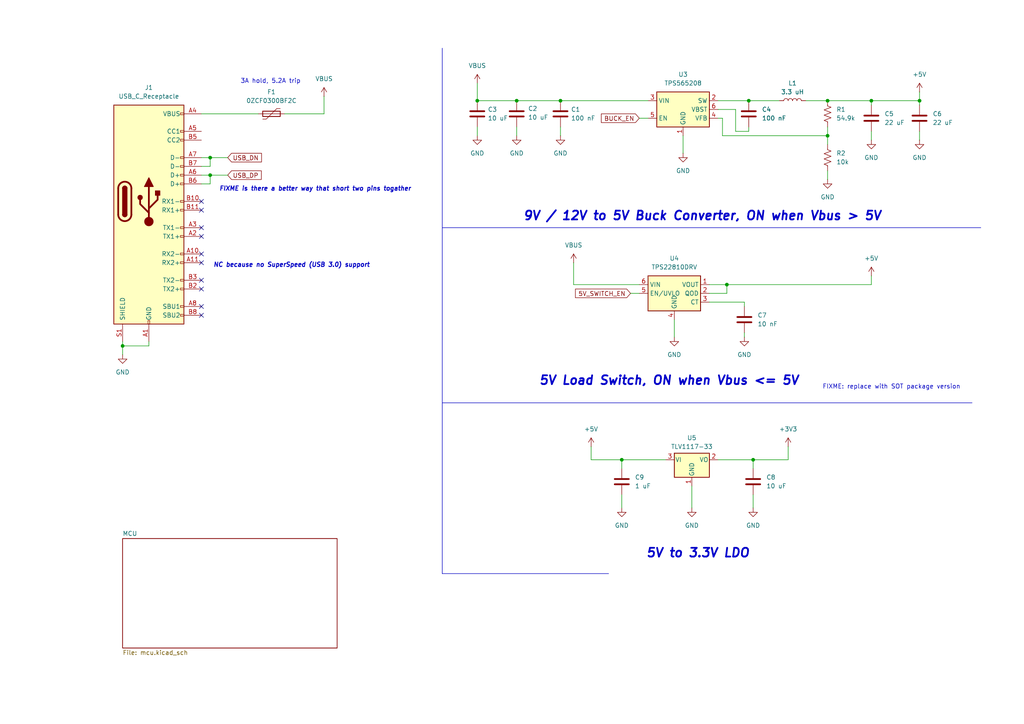
<source format=kicad_sch>
(kicad_sch (version 20231120) (generator "eeschema") (generator_version "8.0")
  (paper "A4")
  (lib_symbols
    (symbol "Connector:USB_C_Receptacle" (pin_names (offset 1.016))
      (property "Reference" "J" (at -10.16 29.21 0))
      (property "Value" "USB_C_Receptacle" (at 10.16 29.21 0))
      (symbol "USB_C_Receptacle_0_0"
        (rectangle (start -0.254 -35.56) (end 0.254 -34.544))
        (rectangle (start 10.16 -32.766) (end 9.144 -33.274))
        (rectangle (start 10.16 -30.226) (end 9.144 -30.734))
        (rectangle (start 10.16 -25.146) (end 9.144 -25.654))
        (rectangle (start 10.16 -22.606) (end 9.144 -23.114))
        (rectangle (start 10.16 -17.526) (end 9.144 -18.034))
        (rectangle (start 10.16 -14.986) (end 9.144 -15.494))
        (rectangle (start 10.16 -9.906) (end 9.144 -10.414))
        (rectangle (start 10.16 -7.366) (end 9.144 -7.874))
        (rectangle (start 10.16 -2.286) (end 9.144 -2.794))
        (rectangle (start 10.16 0.254) (end 9.144 -0.254))
        (rectangle (start 10.16 5.334) (end 9.144 4.826))
        (rectangle (start 10.16 7.874) (end 9.144 7.366))
        (rectangle (start 10.16 10.414) (end 9.144 9.906))
        (rectangle (start 10.16 12.954) (end 9.144 12.446))
        (rectangle (start 10.16 18.034) (end 9.144 17.526))
        (rectangle (start 10.16 20.574) (end 9.144 20.066))
        (rectangle (start 10.16 25.654) (end 9.144 25.146))
      )
      (symbol "USB_C_Receptacle_0_1"
        (rectangle (start -10.16 27.94) (end 10.16 -35.56) (stroke (width 0.254)) (fill (type background)))
        (arc (start -8.89 -3.81) (mid -6.985 -5.7067) (end -5.08 -3.81) (stroke (width 0.508)))
        (arc (start -7.62 -3.81) (mid -6.985 -4.4423) (end -6.35 -3.81) (stroke (width 0.254)))
        (arc (start -7.62 -3.81) (mid -6.985 -4.4423) (end -6.35 -3.81) (stroke (width 0.254)) (fill (type outline)))
        (rectangle (start -7.62 -3.81) (end -6.35 3.81) (stroke (width 0.254)) (fill (type outline)))
        (arc (start -6.35 3.81) (mid -6.985 4.4423) (end -7.62 3.81) (stroke (width 0.254)))
        (arc (start -6.35 3.81) (mid -6.985 4.4423) (end -7.62 3.81) (stroke (width 0.254)) (fill (type outline)))
        (arc (start -5.08 3.81) (mid -6.985 5.7067) (end -8.89 3.81) (stroke (width 0.508)))
        (polyline (pts (xy -8.89 -3.81) (xy -8.89 3.81)) (stroke (width 0.508)))
        (polyline (pts (xy -5.08 3.81) (xy -5.08 -3.81)) (stroke (width 0.508)))
      )
      (symbol "USB_C_Receptacle_1_1"
        (circle (center -2.54 1.143) (radius 0.635) (stroke (width 0.254)) (fill (type outline)))
        (circle (center 0 -5.842) (radius 1.27) (fill (type outline)))
        (polyline (pts (xy 0 -5.842) (xy 0 4.318)) (stroke (width 0.508)))
        (polyline (pts (xy 0 -3.302) (xy -2.54 -0.762) (xy -2.54 0.508)) (stroke (width 0.508)))
        (polyline (pts (xy 0 -2.032) (xy 2.54 0.508) (xy 2.54 1.778)) (stroke (width 0.508)))
        (polyline (pts (xy -1.27 4.318) (xy 0 6.858) (xy 1.27 4.318) (xy -1.27 4.318)) (stroke (width 0.254)) (fill (type outline)))
        (rectangle (start 1.905 1.778) (end 3.175 3.048) (stroke (width 0.254)) (fill (type outline)))
        (pin passive line (at 0 -40.64 90) (length 5.08) (name "GND") (number "A1"))
        (pin bidirectional line (at 15.24 -15.24 180) (length 5.08) (name "RX2-") (number "A10"))
        (pin bidirectional line (at 15.24 -17.78 180) (length 5.08) (name "RX2+") (number "A11"))
        (pin passive line (at 0 -40.64 90) (length 5.08) hide (name "GND") (number "A12"))
        (pin bidirectional line (at 15.24 -10.16 180) (length 5.08) (name "TX1+") (number "A2"))
        (pin bidirectional line (at 15.24 -7.62 180) (length 5.08) (name "TX1-") (number "A3"))
        (pin passive line (at 15.24 25.4 180) (length 5.08) (name "VBUS") (number "A4"))
        (pin bidirectional line (at 15.24 20.32 180) (length 5.08) (name "CC1") (number "A5"))
        (pin bidirectional line (at 15.24 7.62 180) (length 5.08) (name "D+") (number "A6"))
        (pin bidirectional line (at 15.24 12.7 180) (length 5.08) (name "D-") (number "A7"))
        (pin bidirectional line (at 15.24 -30.48 180) (length 5.08) (name "SBU1") (number "A8"))
        (pin passive line (at 15.24 25.4 180) (length 5.08) hide (name "VBUS") (number "A9"))
        (pin passive line (at 0 -40.64 90) (length 5.08) hide (name "GND") (number "B1"))
        (pin bidirectional line (at 15.24 0 180) (length 5.08) (name "RX1-") (number "B10"))
        (pin bidirectional line (at 15.24 -2.54 180) (length 5.08) (name "RX1+") (number "B11"))
        (pin passive line (at 0 -40.64 90) (length 5.08) hide (name "GND") (number "B12"))
        (pin bidirectional line (at 15.24 -25.4 180) (length 5.08) (name "TX2+") (number "B2"))
        (pin bidirectional line (at 15.24 -22.86 180) (length 5.08) (name "TX2-") (number "B3"))
        (pin passive line (at 15.24 25.4 180) (length 5.08) hide (name "VBUS") (number "B4"))
        (pin bidirectional line (at 15.24 17.78 180) (length 5.08) (name "CC2") (number "B5"))
        (pin bidirectional line (at 15.24 5.08 180) (length 5.08) (name "D+") (number "B6"))
        (pin bidirectional line (at 15.24 10.16 180) (length 5.08) (name "D-") (number "B7"))
        (pin bidirectional line (at 15.24 -33.02 180) (length 5.08) (name "SBU2") (number "B8"))
        (pin passive line (at 15.24 25.4 180) (length 5.08) hide (name "VBUS") (number "B9"))
        (pin passive line (at -7.62 -40.64 90) (length 5.08) (name "SHIELD") (number "S1"))
      )
    )
    (symbol "Device:C" (pin_numbers hide) (pin_names (offset 0.254))
      (property "Reference" "C" (at 0.635 2.54 0))
      (property "Value" "C" (at 0.635 -2.54 0))
      (symbol "C_0_1"
        (polyline (pts (xy -2.032 -0.762) (xy 2.032 -0.762)) (stroke (width 0.508)))
        (polyline (pts (xy -2.032 0.762) (xy 2.032 0.762)) (stroke (width 0.508)))
      )
      (symbol "C_1_1"
        (pin passive line (at 0 3.81 270) (length 2.794) (name "~") (number "1"))
        (pin passive line (at 0 -3.81 90) (length 2.794) (name "~") (number "2"))
      )
    )
    (symbol "Device:L" (pin_numbers hide) (pin_names (offset 1.016) hide)
      (property "Reference" "L" (at -1.27 0 90))
      (property "Value" "L" (at 1.905 0 90))
      (symbol "L_0_1"
        (arc (start 0 -2.54) (mid 0.6323 -1.905) (end 0 -1.27))
        (arc (start 0 -1.27) (mid 0.6323 -0.635) (end 0 0))
        (arc (start 0 0) (mid 0.6323 0.635) (end 0 1.27))
        (arc (start 0 1.27) (mid 0.6323 1.905) (end 0 2.54))
      )
      (symbol "L_1_1"
        (pin passive line (at 0 3.81 270) (length 1.27) (name "1") (number "1"))
        (pin passive line (at 0 -3.81 90) (length 1.27) (name "2") (number "2"))
      )
    )
    (symbol "Device:Polyfuse" (pin_numbers hide) (pin_names (offset 0))
      (property "Reference" "F" (at -2.54 0 90))
      (property "Value" "Polyfuse" (at 2.54 0 90))
      (symbol "Polyfuse_0_1"
        (rectangle (start -0.762 2.54) (end 0.762 -2.54) (stroke (width 0.254)))
        (polyline (pts (xy 0 2.54) (xy 0 -2.54)))
        (polyline (pts (xy -1.524 2.54) (xy -1.524 1.524) (xy 1.524 -1.524) (xy 1.524 -2.54)))
      )
      (symbol "Polyfuse_1_1"
        (pin passive line (at 0 3.81 270) (length 1.27) (name "~") (number "1"))
        (pin passive line (at 0 -3.81 90) (length 1.27) (name "~") (number "2"))
      )
    )
    (symbol "Device:R_US" (pin_numbers hide) (pin_names (offset 0))
      (property "Reference" "R" (at 2.54 0 90))
      (property "Value" "R_US" (at -2.54 0 90))
      (symbol "R_US_0_1"
        (polyline (pts (xy 0 -2.286) (xy 0 -2.54)))
        (polyline (pts (xy 0 2.286) (xy 0 2.54)))
        (polyline (pts (xy 0 -0.762) (xy 1.016 -1.143) (xy 0 -1.524) (xy -1.016 -1.905) (xy 0 -2.286)))
        (polyline (pts (xy 0 0.762) (xy 1.016 0.381) (xy 0 0) (xy -1.016 -0.381) (xy 0 -0.762)))
        (polyline (pts (xy 0 2.286) (xy 1.016 1.905) (xy 0 1.524) (xy -1.016 1.143) (xy 0 0.762)))
      )
      (symbol "R_US_1_1"
        (pin passive line (at 0 3.81 270) (length 1.27) (name "~") (number "1"))
        (pin passive line (at 0 -3.81 90) (length 1.27) (name "~") (number "2"))
      )
    )
    (symbol "Power_Management:TPS22810DRV"
      (property "Reference" "U" (at -6.35 6.35 0))
      (property "Value" "TPS22810DRV" (at 7.62 -6.35 0))
      (symbol "TPS22810DRV_1_1"
        (rectangle (start -7.62 5.08) (end 7.62 -5.08) (stroke (width 0.254)) (fill (type background)))
        (pin power_out line (at 10.16 2.54 180) (length 2.54) (name "VOUT") (number "1"))
        (pin open_collector line (at 10.16 0 180) (length 2.54) (name "QOD") (number "2"))
        (pin output line (at 10.16 -2.54 180) (length 2.54) (name "CT") (number "3"))
        (pin power_in line (at 0 -7.62 90) (length 2.54) (name "GND") (number "4"))
        (pin input line (at -10.16 0 0) (length 2.54) (name "EN/UVLO") (number "5"))
        (pin power_in line (at -10.16 2.54 0) (length 2.54) (name "VIN") (number "6"))
        (pin passive line (at 0 -7.62 90) (length 2.54) hide (name "GND") (number "7"))
      )
    )
    (symbol "Regulator_Linear:TLV1117-33" (pin_names (offset 0.254))
      (property "Reference" "U" (at -3.81 3.175 0))
      (property "Value" "TLV1117-33" (at 0 3.175 0))
      (symbol "TLV1117-33_0_1"
        (rectangle (start -5.08 -5.08) (end 5.08 1.905) (stroke (width 0.254)) (fill (type background)))
      )
      (symbol "TLV1117-33_1_1"
        (pin power_in line (at 0 -7.62 90) (length 2.54) (name "GND") (number "1"))
        (pin power_out line (at 7.62 0 180) (length 2.54) (name "VO") (number "2"))
        (pin power_in line (at -7.62 0 0) (length 2.54) (name "VI") (number "3"))
      )
    )
    (symbol "Regulator_Switching:TPS565208"
      (property "Reference" "U" (at -7.62 6.35 0))
      (property "Value" "TPS565208" (at -2.54 6.35 0))
      (symbol "TPS565208_0_1"
        (rectangle (start -7.62 5.08) (end 7.62 -5.08) (stroke (width 0.254)) (fill (type background)))
      )
      (symbol "TPS565208_1_1"
        (pin power_in line (at 0 -7.62 90) (length 2.54) (name "GND") (number "1"))
        (pin output line (at 10.16 2.54 180) (length 2.54) (name "SW") (number "2"))
        (pin power_in line (at -10.16 2.54 0) (length 2.54) (name "VIN") (number "3"))
        (pin input line (at 10.16 -2.54 180) (length 2.54) (name "VFB") (number "4"))
        (pin input line (at -10.16 -2.54 0) (length 2.54) (name "EN") (number "5"))
        (pin passive line (at 10.16 0 180) (length 2.54) (name "VBST") (number "6"))
      )
    )
    (symbol "power:+3V3" (power) (pin_numbers hide) (pin_names (offset 0) hide)
      (property "Value" "+3V3" (at 0 3.556 0))
      (symbol "+3V3_0_1"
        (polyline (pts (xy -0.762 1.27) (xy 0 2.54)))
        (polyline (pts (xy 0 0) (xy 0 2.54)))
        (polyline (pts (xy 0 2.54) (xy 0.762 1.27)))
      )
      (symbol "+3V3_1_1"
        (pin power_in line (at 0 0 90) (length 0) (name "~") (number "1"))
      )
    )
    (symbol "power:+5V" (power) (pin_numbers hide) (pin_names (offset 0) hide)
      (property "Value" "+5V" (at 0 3.556 0))
      (symbol "+5V_0_1"
        (polyline (pts (xy -0.762 1.27) (xy 0 2.54)))
        (polyline (pts (xy 0 0) (xy 0 2.54)))
        (polyline (pts (xy 0 2.54) (xy 0.762 1.27)))
      )
      (symbol "+5V_1_1"
        (pin power_in line (at 0 0 90) (length 0) (name "~") (number "1"))
      )
    )
    (symbol "power:GND" (power) (pin_numbers hide) (pin_names (offset 0) hide)
      (property "Value" "GND" (at 0 -3.81 0))
      (symbol "GND_0_1"
        (polyline (pts (xy 0 0) (xy 0 -1.27) (xy 1.27 -1.27) (xy 0 -2.54) (xy -1.27 -1.27) (xy 0 -1.27)))
      )
      (symbol "GND_1_1"
        (pin power_in line (at 0 0 270) (length 0) (name "~") (number "1"))
      )
    )
    (symbol "power:VBUS" (power) (pin_numbers hide) (pin_names (offset 0) hide)
      (property "Value" "VBUS" (at 0 3.556 0))
      (symbol "VBUS_0_1"
        (polyline (pts (xy -0.762 1.27) (xy 0 2.54)))
        (polyline (pts (xy 0 0) (xy 0 2.54)))
        (polyline (pts (xy 0 2.54) (xy 0.762 1.27)))
      )
      (symbol "VBUS_1_1"
        (pin power_in line (at 0 0 90) (length 0) (name "~") (number "1"))
      )
    )
  )
  (junction (at 149.86 29.21))
  (junction (at 35.56 100.33))
  (junction (at 266.7 29.21))
  (junction (at 218.44 133.35))
  (junction (at 138.43 29.21))
  (junction (at 60.96 45.72))
  (junction (at 210.82 82.55))
  (junction (at 162.56 29.21))
  (junction (at 180.34 133.35))
  (junction (at 252.73 29.21))
  (junction (at 240.03 39.37))
  (junction (at 240.03 29.21))
  (junction (at 217.17 29.21))
  (junction (at 60.96 50.8))
  (no_connect (at 58.42 66.04))
  (no_connect (at 58.42 83.82))
  (no_connect (at 58.42 73.66))
  (no_connect (at 58.42 76.2))
  (no_connect (at 58.42 88.9))
  (no_connect (at 58.42 91.44))
  (no_connect (at 58.42 68.58))
  (no_connect (at 58.42 58.42))
  (no_connect (at 58.42 81.28))
  (no_connect (at 58.42 60.96))
  (wire (pts (xy 138.43 29.21) (xy 149.86 29.21)))
  (polyline (pts (xy 128.27 66.04) (xy 128.27 116.84)))
  (wire (pts (xy 43.18 99.06) (xy 43.18 100.33)))
  (polyline (pts (xy 128.27 116.84) (xy 128.27 166.37)))
  (wire (pts (xy 58.42 50.8) (xy 60.96 50.8)))
  (wire (pts (xy 218.44 143.51) (xy 218.44 147.32)))
  (wire (pts (xy 252.73 30.48) (xy 252.73 29.21)))
  (wire (pts (xy 82.55 33.02) (xy 93.98 33.02)))
  (wire (pts (xy 182.88 85.09) (xy 185.42 85.09)))
  (wire (pts (xy 58.42 33.02) (xy 74.93 33.02)))
  (polyline (pts (xy 128.27 13.97) (xy 128.27 66.04)))
  (wire (pts (xy 200.66 140.97) (xy 200.66 147.32)))
  (wire (pts (xy 209.55 39.37) (xy 240.03 39.37)))
  (wire (pts (xy 218.44 133.35) (xy 228.6 133.35)))
  (wire (pts (xy 209.55 34.29) (xy 209.55 39.37)))
  (wire (pts (xy 205.74 85.09) (xy 210.82 85.09)))
  (wire (pts (xy 180.34 133.35) (xy 180.34 135.89)))
  (wire (pts (xy 210.82 82.55) (xy 252.73 82.55)))
  (wire (pts (xy 198.12 39.37) (xy 198.12 44.45)))
  (wire (pts (xy 171.45 129.54) (xy 171.45 133.35)))
  (wire (pts (xy 195.58 92.71) (xy 195.58 97.79)))
  (polyline (pts (xy 128.27 166.37) (xy 176.53 166.37)))
  (wire (pts (xy 149.86 29.21) (xy 162.56 29.21)))
  (wire (pts (xy 215.9 96.52) (xy 215.9 97.79)))
  (wire (pts (xy 208.28 133.35) (xy 218.44 133.35)))
  (wire (pts (xy 215.9 87.63) (xy 215.9 88.9)))
  (wire (pts (xy 240.03 39.37) (xy 240.03 41.91)))
  (wire (pts (xy 138.43 36.83) (xy 138.43 39.37)))
  (polyline (pts (xy 128.27 66.04) (xy 284.48 66.04)))
  (wire (pts (xy 228.6 133.35) (xy 228.6 129.54)))
  (wire (pts (xy 252.73 29.21) (xy 240.03 29.21)))
  (wire (pts (xy 217.17 38.1) (xy 217.17 36.83)))
  (wire (pts (xy 60.96 48.26) (xy 60.96 45.72)))
  (wire (pts (xy 266.7 38.1) (xy 266.7 40.64)))
  (wire (pts (xy 180.34 133.35) (xy 193.04 133.35)))
  (wire (pts (xy 213.36 31.75) (xy 213.36 38.1)))
  (wire (pts (xy 60.96 50.8) (xy 66.04 50.8)))
  (wire (pts (xy 162.56 36.83) (xy 162.56 39.37)))
  (wire (pts (xy 185.42 34.29) (xy 187.96 34.29)))
  (wire (pts (xy 240.03 49.53) (xy 240.03 52.07)))
  (wire (pts (xy 240.03 36.83) (xy 240.03 39.37)))
  (wire (pts (xy 58.42 48.26) (xy 60.96 48.26)))
  (wire (pts (xy 93.98 33.02) (xy 93.98 27.94)))
  (wire (pts (xy 266.7 26.67) (xy 266.7 29.21)))
  (wire (pts (xy 213.36 38.1) (xy 217.17 38.1)))
  (wire (pts (xy 138.43 24.13) (xy 138.43 29.21)))
  (wire (pts (xy 252.73 82.55) (xy 252.73 80.01)))
  (wire (pts (xy 35.56 99.06) (xy 35.56 100.33)))
  (wire (pts (xy 252.73 38.1) (xy 252.73 40.64)))
  (wire (pts (xy 43.18 100.33) (xy 35.56 100.33)))
  (polyline (pts (xy 128.27 116.84) (xy 281.94 116.84)))
  (wire (pts (xy 166.37 82.55) (xy 185.42 82.55)))
  (wire (pts (xy 218.44 133.35) (xy 218.44 135.89)))
  (wire (pts (xy 180.34 143.51) (xy 180.34 147.32)))
  (wire (pts (xy 205.74 82.55) (xy 210.82 82.55)))
  (wire (pts (xy 58.42 53.34) (xy 60.96 53.34)))
  (wire (pts (xy 205.74 87.63) (xy 215.9 87.63)))
  (wire (pts (xy 60.96 45.72) (xy 66.04 45.72)))
  (wire (pts (xy 166.37 76.2) (xy 166.37 82.55)))
  (wire (pts (xy 208.28 34.29) (xy 209.55 34.29)))
  (wire (pts (xy 208.28 29.21) (xy 217.17 29.21)))
  (wire (pts (xy 266.7 29.21) (xy 252.73 29.21)))
  (wire (pts (xy 217.17 29.21) (xy 226.06 29.21)))
  (wire (pts (xy 149.86 36.83) (xy 149.86 39.37)))
  (wire (pts (xy 266.7 30.48) (xy 266.7 29.21)))
  (wire (pts (xy 171.45 133.35) (xy 180.34 133.35)))
  (wire (pts (xy 233.68 29.21) (xy 240.03 29.21)))
  (wire (pts (xy 60.96 53.34) (xy 60.96 50.8)))
  (wire (pts (xy 35.56 100.33) (xy 35.56 102.87)))
  (wire (pts (xy 162.56 29.21) (xy 187.96 29.21)))
  (wire (pts (xy 210.82 85.09) (xy 210.82 82.55)))
  (wire (pts (xy 58.42 45.72) (xy 60.96 45.72)))
  (wire (pts (xy 208.28 31.75) (xy 213.36 31.75)))
  (text "FIXME is there a better way that short two pins togather" (at 91.44 54.864 0) (effects (font (size 1.27 1.27) (thickness 0.254) (bold yes) (italic yes))))
  (text "5V to 3.3V LDO" (at 202.438 160.528 0) (effects (font (size 2.54 2.54) (thickness 0.508) (bold yes) (italic yes))))
  (text "9V / 12V to 5V Buck Converter, ON when Vbus > 5V" (at 203.708 62.738 0) (effects (font (size 2.54 2.54) (thickness 0.508) (bold yes) (italic yes))))
  (text "NC because no SuperSpeed (USB 3.0) support" (at 84.582 76.962 0) (effects (font (size 1.27 1.27) (thickness 0.254) (bold yes) (italic yes))))
  (text "5V Load Switch, ON when Vbus <= 5V" (at 194.056 110.49 0) (effects (font (size 2.54 2.54) (thickness 0.508) (bold yes) (italic yes))))
  (text "3A hold, 5.2A trip" (at 78.486 23.622 0) (effects (font (size 1.27 1.27))))
  (text "FIXME: replace with SOT package version" (at 258.572 112.268 0) (effects (font (size 1.27 1.27))))
  (global_label "BUCK_EN" (shape input) (at 185.42 34.29 180) (property "Intersheetrefs" "${INTERSHEET_REFS}" (effects (hide yes))))
  (global_label "USB_DN" (shape input) (at 66.04 45.72 0) (effects (font (thickness 0.1588))) (property "Intersheetrefs" "${INTERSHEET_REFS}" (effects (hide yes))))
  (global_label "5V_SWITCH_EN" (shape input) (at 182.88 85.09 180) (property "Intersheetrefs" "${INTERSHEET_REFS}" (effects (hide yes))))
  (global_label "USB_DP" (shape input) (at 66.04 50.8 0) (effects (font (thickness 0.1588))) (property "Intersheetrefs" "${INTERSHEET_REFS}" (effects (hide yes))))
  (symbol (lib_id "Device:R_US") (at 240.03 33.02 0) (unit 1)
    (property "Reference" "R1" (at 242.57 31.7499 0) (effects (justify left)))
    (property "Value" "54.9k" (at 242.57 34.2899 0) (effects (justify left)))
    (property "Description" "Resistor, US symbol" (effects (hide yes)))
  )
  (symbol (lib_id "power:GND") (at 240.03 52.07 0) (unit 1)
    (property "Reference" "#PWR011" (effects (hide yes)))
    (property "Value" "GND" (at 240.03 57.15 0))
    (property "Description" "Power symbol creates a global label with name \"GND\" , ground" (effects (hide yes)))
  )
  (symbol (lib_id "power:GND") (at 162.56 39.37 0) (unit 1)
    (property "Reference" "#PWR010" (effects (hide yes)))
    (property "Value" "GND" (at 162.56 44.45 0))
    (property "Description" "Power symbol creates a global label with name \"GND\" , ground" (effects (hide yes)))
  )
  (symbol (lib_id "Device:C") (at 252.73 34.29 0) (unit 1)
    (property "Reference" "C5" (at 256.54 33.0199 0) (effects (justify left)))
    (property "Value" "22 uF" (at 256.54 35.5599 0) (effects (justify left)))
    (property "Description" "Unpolarized capacitor" (effects (hide yes)))
  )
  (symbol (lib_id "power:GND") (at 266.7 40.64 0) (unit 1)
    (property "Reference" "#PWR013" (effects (hide yes)))
    (property "Value" "GND" (at 266.7 45.72 0))
    (property "Description" "Power symbol creates a global label with name \"GND\" , ground" (effects (hide yes)))
  )
  (symbol (lib_id "Device:C") (at 217.17 33.02 0) (unit 1)
    (property "Reference" "C4" (at 220.98 31.7499 0) (effects (justify left)))
    (property "Value" "100 nF" (at 220.98 34.2899 0) (effects (justify left)))
    (property "Description" "Unpolarized capacitor" (effects (hide yes)))
  )
  (symbol (lib_id "Device:C") (at 162.56 33.02 0) (unit 1)
    (property "Reference" "C1" (at 165.608 31.75 0) (effects (justify left)))
    (property "Value" "100 nF" (at 165.608 34.29 0) (effects (justify left)))
    (property "Description" "Unpolarized capacitor" (effects (hide yes)))
  )
  (symbol (lib_id "power:GND") (at 215.9 97.79 0) (unit 1)
    (property "Reference" "#PWR018" (effects (hide yes)))
    (property "Value" "GND" (at 215.9 102.87 0))
    (property "Description" "Power symbol creates a global label with name \"GND\" , ground" (effects (hide yes)))
  )
  (symbol (lib_id "Device:C") (at 138.43 33.02 0) (unit 1)
    (property "Reference" "C3" (at 141.478 31.75 0) (effects (justify left)))
    (property "Value" "10 uF" (at 141.478 34.29 0) (effects (justify left)))
    (property "Description" "Unpolarized capacitor" (effects (hide yes)))
  )
  (symbol (lib_id "Device:R_US") (at 240.03 45.72 0) (unit 1)
    (property "Reference" "R2" (at 242.57 44.4499 0) (effects (justify left)))
    (property "Value" "10k" (at 242.57 46.9899 0) (effects (justify left)))
    (property "Description" "Resistor, US symbol" (effects (hide yes)))
  )
  (symbol (lib_id "Device:L") (at 229.87 29.21 90) (unit 1)
    (property "Reference" "L1" (at 229.87 24.13 90))
    (property "Value" "3.3 uH" (at 229.87 26.67 90))
    (property "Description" "Inductor" (effects (hide yes)))
  )
  (symbol (lib_id "power:GND") (at 252.73 40.64 0) (unit 1)
    (property "Reference" "#PWR012" (effects (hide yes)))
    (property "Value" "GND" (at 252.73 45.72 0))
    (property "Description" "Power symbol creates a global label with name \"GND\" , ground" (effects (hide yes)))
  )
  (symbol (lib_id "power:+3V3") (at 228.6 129.54 0) (unit 1)
    (property "Reference" "#PWR023" (effects (hide yes)))
    (property "Value" "+3V3" (at 228.6 124.46 0))
    (property "Description" "Power symbol creates a global label with name \"+3V3\"" (effects (hide yes)))
  )
  (symbol (lib_id "Regulator_Switching:TPS565208") (at 198.12 31.75 0) (unit 1)
    (property "Reference" "U3" (at 198.12 21.59 0))
    (property "Value" "TPS565208" (at 198.12 24.13 0))
    (property "Footprint" "Package_TO_SOT_SMD:SOT-23-6" (effects (hide yes)))
    (property "Datasheet" "http://www.ti.com/lit/ds/symlink/tps565208.pdf" (effects (hide yes)))
    (property "Description" "5A Synchronous Step-Down Voltage Regulator, Adjustable Output Voltage, 4.5-17V Input Voltage, SOT-23-6" (effects (hide yes)))
  )
  (symbol (lib_id "power:GND") (at 195.58 97.79 0) (unit 1)
    (property "Reference" "#PWR015" (effects (hide yes)))
    (property "Value" "GND" (at 195.58 102.87 0))
    (property "Description" "Power symbol creates a global label with name \"GND\" , ground" (effects (hide yes)))
  )
  (symbol (lib_id "Connector:USB_C_Receptacle") (at 43.18 58.42 0) (unit 1)
    (property "Reference" "J1" (at 43.18 25.4 0))
    (property "Value" "USB_C_Receptacle" (at 43.18 27.94 0))
    (property "Datasheet" "https://www.usb.org/sites/default/files/documents/usb_type-c.zip" (effects (hide yes)))
    (property "Description" "USB Full-Featured Type-C Receptacle connector" (effects (hide yes)))
  )
  (symbol (lib_id "power:GND") (at 138.43 39.37 0) (unit 1)
    (property "Reference" "#PWR08" (effects (hide yes)))
    (property "Value" "GND" (at 138.43 44.45 0))
    (property "Description" "Power symbol creates a global label with name \"GND\" , ground" (effects (hide yes)))
  )
  (symbol (lib_id "power:GND") (at 218.44 147.32 0) (unit 1)
    (property "Reference" "#PWR021" (effects (hide yes)))
    (property "Value" "GND" (at 218.44 152.4 0))
    (property "Description" "Power symbol creates a global label with name \"GND\" , ground" (effects (hide yes)))
  )
  (symbol (lib_id "power:GND") (at 198.12 44.45 0) (unit 1)
    (property "Reference" "#PWR06" (effects (hide yes)))
    (property "Value" "GND" (at 198.12 49.53 0))
    (property "Description" "Power symbol creates a global label with name \"GND\" , ground" (effects (hide yes)))
  )
  (symbol (lib_id "power:GND") (at 35.56 102.87 0) (unit 1)
    (property "Reference" "#PWR03" (effects (hide yes)))
    (property "Value" "GND" (at 35.56 107.95 0))
    (property "Description" "Power symbol creates a global label with name \"GND\" , ground" (effects (hide yes)))
  )
  (symbol (lib_id "power:GND") (at 180.34 147.32 0) (unit 1)
    (property "Reference" "#PWR020" (effects (hide yes)))
    (property "Value" "GND" (at 180.34 152.4 0))
    (property "Description" "Power symbol creates a global label with name \"GND\" , ground" (effects (hide yes)))
  )
  (symbol (lib_id "power:GND") (at 200.66 147.32 0) (unit 1)
    (property "Reference" "#PWR019" (effects (hide yes)))
    (property "Value" "GND" (at 200.66 152.4 0))
    (property "Description" "Power symbol creates a global label with name \"GND\" , ground" (effects (hide yes)))
  )
  (symbol (lib_id "power:+5V") (at 266.7 26.67 0) (unit 1)
    (property "Reference" "#PWR017" (effects (hide yes)))
    (property "Value" "+5V" (at 266.7 21.59 0))
    (property "Description" "Power symbol creates a global label with name \"+5V\"" (effects (hide yes)))
  )
  (symbol (lib_id "Regulator_Linear:TLV1117-33") (at 200.66 133.35 0) (unit 1)
    (property "Reference" "U5" (at 200.66 127 0))
    (property "Value" "TLV1117-33" (at 200.66 129.54 0))
    (property "Datasheet" "http://www.ti.com/lit/ds/symlink/tlv1117.pdf" (effects (hide yes)))
    (property "Description" "800mA Low-Dropout Linear Regulator, 3.3V fixed output, TO-220/TO-252/TO-263/SOT-223" (effects (hide yes)))
  )
  (symbol (lib_id "power:VBUS") (at 138.43 24.13 0) (unit 1)
    (property "Reference" "#PWR07" (effects (hide yes)))
    (property "Value" "VBUS" (at 138.43 19.05 0))
    (property "Description" "Power symbol creates a global label with name \"VBUS\"" (effects (hide yes)))
  )
  (symbol (lib_id "Device:C") (at 218.44 139.7 0) (unit 1)
    (property "Reference" "C8" (at 222.25 138.4299 0) (effects (justify left)))
    (property "Value" "10 uF" (at 222.25 140.9699 0) (effects (justify left)))
    (property "Description" "Unpolarized capacitor" (effects (hide yes)))
  )
  (symbol (lib_id "Power_Management:TPS22810DRV") (at 195.58 85.09 0) (unit 1)
    (property "Reference" "U4" (at 195.58 74.93 0))
    (property "Value" "TPS22810DRV" (at 195.58 77.47 0))
    (property "Footprint" "Package_SON:WSON-6-1EP_2x2mm_P0.65mm_EP1x1.6mm" (effects (hide yes)))
    (property "Datasheet" "http://www.ti.com/lit/ds/symlink/tps22810.pdf" (effects (hide yes)))
    (property "Description" "2.7-18V, 79mohms On-Resistance Load Switch With Thermal Protection, WSON-6" (effects (hide yes)))
  )
  (symbol (lib_id "power:+5V") (at 171.45 129.54 0) (unit 1)
    (property "Reference" "#PWR022" (effects (hide yes)))
    (property "Value" "+5V" (at 171.45 124.46 0))
    (property "Description" "Power symbol creates a global label with name \"+5V\"" (effects (hide yes)))
  )
  (symbol (lib_id "Device:C") (at 266.7 34.29 0) (unit 1)
    (property "Reference" "C6" (at 270.51 33.0199 0) (effects (justify left)))
    (property "Value" "22 uF" (at 270.51 35.5599 0) (effects (justify left)))
    (property "Description" "Unpolarized capacitor" (effects (hide yes)))
  )
  (symbol (lib_id "Device:C") (at 215.9 92.71 0) (unit 1)
    (property "Reference" "C7" (at 219.71 91.4399 0) (effects (justify left)))
    (property "Value" "10 nF" (at 219.71 93.9799 0) (effects (justify left)))
    (property "Description" "Unpolarized capacitor" (effects (hide yes)))
  )
  (symbol (lib_id "power:GND") (at 149.86 39.37 0) (unit 1)
    (property "Reference" "#PWR09" (effects (hide yes)))
    (property "Value" "GND" (at 149.86 44.45 0))
    (property "Description" "Power symbol creates a global label with name \"GND\" , ground" (effects (hide yes)))
  )
  (symbol (lib_id "power:+5V") (at 252.73 80.01 0) (unit 1)
    (property "Reference" "#PWR016" (effects (hide yes)))
    (property "Value" "+5V" (at 252.73 74.93 0))
    (property "Description" "Power symbol creates a global label with name \"+5V\"" (effects (hide yes)))
  )
  (symbol (lib_id "power:VBUS") (at 93.98 27.94 0) (unit 1)
    (property "Reference" "#PWR05" (effects (hide yes)))
    (property "Value" "VBUS" (at 93.98 22.86 0))
    (property "Description" "Power symbol creates a global label with name \"VBUS\"" (effects (hide yes)))
  )
  (symbol (lib_id "Device:Polyfuse") (at 78.74 33.02 90) (unit 1)
    (property "Reference" "F1" (at 78.74 26.67 90))
    (property "Value" "0ZCF0300BF2C" (at 78.74 29.21 90))
    (property "Description" "Resettable fuse, polymeric positive temperature coefficient" (effects (hide yes)))
  )
  (symbol (lib_id "Device:C") (at 149.86 33.02 0) (unit 1)
    (property "Reference" "C2" (at 153.162 31.496 0) (effects (justify left)))
    (property "Value" "10 uF" (at 153.162 34.036 0) (effects (justify left)))
    (property "Description" "Unpolarized capacitor" (effects (hide yes)))
  )
  (symbol (lib_id "power:VBUS") (at 166.37 76.2 0) (unit 1)
    (property "Reference" "#PWR014" (effects (hide yes)))
    (property "Value" "VBUS" (at 166.37 71.12 0))
    (property "Description" "Power symbol creates a global label with name \"VBUS\"" (effects (hide yes)))
  )
  (symbol (lib_id "Device:C") (at 180.34 139.7 0) (unit 1)
    (property "Reference" "C9" (at 184.15 138.4299 0) (effects (justify left)))
    (property "Value" "1 uF" (at 184.15 140.9699 0) (effects (justify left)))
    (property "Description" "Unpolarized capacitor" (effects (hide yes)))
  )
  (sheet (at 35.56 156.21) (size 62.23 31.75) (stroke (width 0.1524))
    (property "Sheetname" "MCU" (at 35.56 155.4984 0) (effects (justify left bottom)))
    (property "Sheetfile" "mcu.kicad_sch" (at 35.56 188.5446 0) (effects (justify left top)))
  )
)
</source>
